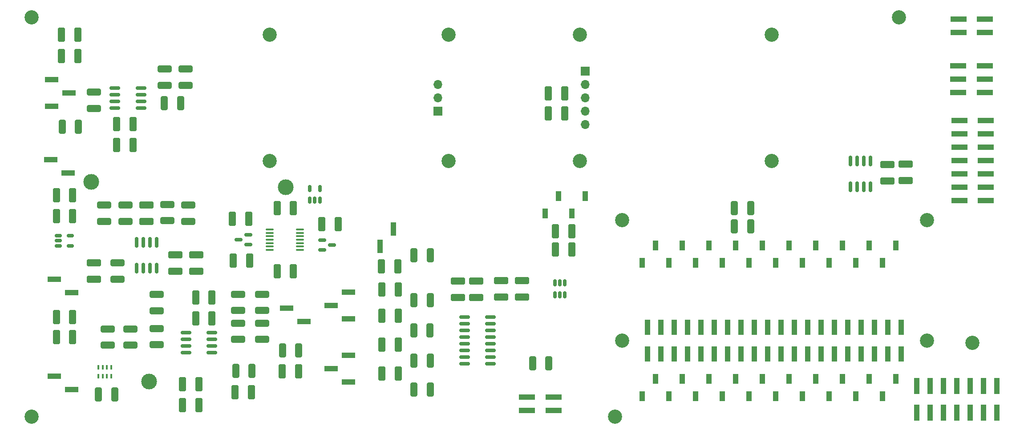
<source format=gbr>
%TF.GenerationSoftware,KiCad,Pcbnew,8.0.9-8.0.9-0~ubuntu22.04.1*%
%TF.CreationDate,2025-06-19T12:15:33-04:00*%
%TF.ProjectId,digital_waters,64696769-7461-46c5-9f77-61746572732e,rev?*%
%TF.SameCoordinates,Original*%
%TF.FileFunction,Soldermask,Top*%
%TF.FilePolarity,Negative*%
%FSLAX46Y46*%
G04 Gerber Fmt 4.6, Leading zero omitted, Abs format (unit mm)*
G04 Created by KiCad (PCBNEW 8.0.9-8.0.9-0~ubuntu22.04.1) date 2025-06-19 12:15:33*
%MOMM*%
%LPD*%
G01*
G04 APERTURE LIST*
G04 Aperture macros list*
%AMRoundRect*
0 Rectangle with rounded corners*
0 $1 Rounding radius*
0 $2 $3 $4 $5 $6 $7 $8 $9 X,Y pos of 4 corners*
0 Add a 4 corners polygon primitive as box body*
4,1,4,$2,$3,$4,$5,$6,$7,$8,$9,$2,$3,0*
0 Add four circle primitives for the rounded corners*
1,1,$1+$1,$2,$3*
1,1,$1+$1,$4,$5*
1,1,$1+$1,$6,$7*
1,1,$1+$1,$8,$9*
0 Add four rect primitives between the rounded corners*
20,1,$1+$1,$2,$3,$4,$5,0*
20,1,$1+$1,$4,$5,$6,$7,0*
20,1,$1+$1,$6,$7,$8,$9,0*
20,1,$1+$1,$8,$9,$2,$3,0*%
G04 Aperture macros list end*
%ADD10RoundRect,0.250000X0.412500X1.100000X-0.412500X1.100000X-0.412500X-1.100000X0.412500X-1.100000X0*%
%ADD11RoundRect,0.250000X-0.412500X-1.100000X0.412500X-1.100000X0.412500X1.100000X-0.412500X1.100000X0*%
%ADD12R,1.000000X1.900000*%
%ADD13RoundRect,0.100000X0.637500X0.100000X-0.637500X0.100000X-0.637500X-0.100000X0.637500X-0.100000X0*%
%ADD14RoundRect,0.150000X0.150000X-0.512500X0.150000X0.512500X-0.150000X0.512500X-0.150000X-0.512500X0*%
%ADD15RoundRect,0.250000X1.075000X-0.400000X1.075000X0.400000X-1.075000X0.400000X-1.075000X-0.400000X0*%
%ADD16R,1.000000X3.150000*%
%ADD17RoundRect,0.250000X1.100000X-0.412500X1.100000X0.412500X-1.100000X0.412500X-1.100000X-0.412500X0*%
%ADD18RoundRect,0.250000X0.400000X1.075000X-0.400000X1.075000X-0.400000X-1.075000X0.400000X-1.075000X0*%
%ADD19RoundRect,0.250000X-0.400000X-1.075000X0.400000X-1.075000X0.400000X1.075000X-0.400000X1.075000X0*%
%ADD20RoundRect,0.150000X-0.825000X-0.150000X0.825000X-0.150000X0.825000X0.150000X-0.825000X0.150000X0*%
%ADD21R,1.000000X2.510000*%
%ADD22C,2.700000*%
%ADD23RoundRect,0.250000X-1.075000X0.400000X-1.075000X-0.400000X1.075000X-0.400000X1.075000X0.400000X0*%
%ADD24R,2.510000X1.000000*%
%ADD25R,3.150000X1.000000*%
%ADD26C,3.000000*%
%ADD27RoundRect,0.150000X-0.150000X0.825000X-0.150000X-0.825000X0.150000X-0.825000X0.150000X0.825000X0*%
%ADD28R,0.400000X0.900000*%
%ADD29RoundRect,0.150000X-0.512500X-0.150000X0.512500X-0.150000X0.512500X0.150000X-0.512500X0.150000X0*%
%ADD30R,1.700000X1.700000*%
%ADD31O,1.700000X1.700000*%
%ADD32RoundRect,0.150000X-0.587500X-0.150000X0.587500X-0.150000X0.587500X0.150000X-0.587500X0.150000X0*%
%ADD33RoundRect,0.150000X0.587500X0.150000X-0.587500X0.150000X-0.587500X-0.150000X0.587500X-0.150000X0*%
%ADD34R,1.000000X3.000000*%
%ADD35RoundRect,0.150000X0.825000X0.150000X-0.825000X0.150000X-0.825000X-0.150000X0.825000X-0.150000X0*%
G04 APERTURE END LIST*
D10*
%TO.C,C5*%
X124747325Y-102818816D03*
X121622325Y-102818816D03*
%TD*%
D11*
%TO.C,C88*%
X86222325Y-99318816D03*
X89347325Y-99318816D03*
%TD*%
D12*
%TO.C,J11*%
X171197024Y-118137156D03*
X173737024Y-114837156D03*
X176277024Y-118137156D03*
X178817024Y-114837156D03*
X181357024Y-118137156D03*
X183897024Y-114837156D03*
X186437024Y-118137156D03*
X188977024Y-114837156D03*
X191517024Y-118137156D03*
X194057024Y-114837156D03*
X196597024Y-118137156D03*
X199137024Y-114837156D03*
X201677024Y-118137156D03*
X204217024Y-114837156D03*
X206757024Y-118137156D03*
X209297024Y-114837156D03*
X211837024Y-118137156D03*
X214377024Y-114837156D03*
X216917024Y-118137156D03*
X219457024Y-114837156D03*
%TD*%
D13*
%TO.C,U13*%
X106084825Y-90268816D03*
X106084825Y-89618816D03*
X106084825Y-88968816D03*
X106084825Y-88318816D03*
X106084825Y-87668816D03*
X106084825Y-87018816D03*
X106084825Y-86368816D03*
X100359825Y-86368816D03*
X100359825Y-87018816D03*
X100359825Y-87668816D03*
X100359825Y-88318816D03*
X100359825Y-88968816D03*
X100359825Y-89618816D03*
X100359825Y-90268816D03*
%TD*%
D11*
%TO.C,C27*%
X59722325Y-106818816D03*
X62847325Y-106818816D03*
%TD*%
D10*
%TO.C,C25*%
X124747325Y-97818816D03*
X121622325Y-97818816D03*
%TD*%
D11*
%TO.C,C26*%
X110215868Y-85337133D03*
X113340868Y-85337133D03*
%TD*%
D14*
%TO.C,U9*%
X107947325Y-80818816D03*
X108897325Y-80818816D03*
X109847325Y-80818816D03*
X109847325Y-78543816D03*
X107947325Y-78543816D03*
%TD*%
D15*
%TO.C,R25*%
X80347325Y-58918816D03*
X80347325Y-55818816D03*
%TD*%
D16*
%TO.C,J9*%
X223437644Y-121231932D03*
X223437644Y-116181932D03*
X225977644Y-121231932D03*
X225977644Y-116181932D03*
X228517644Y-121231932D03*
X228517644Y-116181932D03*
X231057644Y-121231932D03*
X231057644Y-116181932D03*
X233597644Y-121231932D03*
X233597644Y-116181932D03*
X236137644Y-121231932D03*
X236137644Y-116181932D03*
X238677644Y-121231932D03*
X238677644Y-116181932D03*
%TD*%
D17*
%TO.C,C7*%
X86347325Y-94318816D03*
X86347325Y-91193816D03*
%TD*%
D18*
%TO.C,R39*%
X191847325Y-85818816D03*
X188747325Y-85818816D03*
%TD*%
D17*
%TO.C,C4*%
X76847325Y-84818816D03*
X76847325Y-81693816D03*
%TD*%
D19*
%TO.C,R51*%
X93847325Y-113318816D03*
X96947325Y-113318816D03*
%TD*%
D20*
%TO.C,U4*%
X70872325Y-59413816D03*
X70872325Y-60683816D03*
X70872325Y-61953816D03*
X70872325Y-63223816D03*
X75822325Y-63223816D03*
X75822325Y-61953816D03*
X75822325Y-60683816D03*
X75822325Y-59413816D03*
%TD*%
D21*
%TO.C,J14*%
X121347325Y-89628816D03*
X123887325Y-86318816D03*
%TD*%
D10*
%TO.C,C13*%
X104847325Y-82318816D03*
X101722325Y-82318816D03*
%TD*%
D18*
%TO.C,R6*%
X83347325Y-62318816D03*
X80247325Y-62318816D03*
%TD*%
D22*
%TO.C,H4*%
X134347325Y-73318816D03*
%TD*%
D23*
%TO.C,R9*%
X78847325Y-98768816D03*
X78847325Y-101868816D03*
%TD*%
D22*
%TO.C,H10*%
X225361393Y-84555404D03*
%TD*%
%TO.C,H2*%
X100347325Y-73318816D03*
%TD*%
D23*
%TO.C,R10*%
X80847325Y-81618816D03*
X80847325Y-84718816D03*
%TD*%
D19*
%TO.C,R50*%
X102747325Y-109358816D03*
X105847325Y-109358816D03*
%TD*%
D24*
%TO.C,J3*%
X59347325Y-95818816D03*
X62657325Y-98358816D03*
%TD*%
D10*
%TO.C,C18*%
X96485343Y-92337966D03*
X93360343Y-92337966D03*
%TD*%
D11*
%TO.C,C20*%
X60722325Y-53318816D03*
X63847325Y-53318816D03*
%TD*%
D17*
%TO.C,C6*%
X82347325Y-94312655D03*
X82347325Y-91187655D03*
%TD*%
D25*
%TO.C,J8*%
X236587325Y-80858816D03*
X231537325Y-80858816D03*
X236587325Y-78318816D03*
X231537325Y-78318816D03*
X236587325Y-75778816D03*
X231537325Y-75778816D03*
X236587325Y-73238816D03*
X231537325Y-73238816D03*
X236587325Y-70698816D03*
X231537325Y-70698816D03*
X236587325Y-68158816D03*
X231537325Y-68158816D03*
X236587325Y-65618816D03*
X231537325Y-65618816D03*
%TD*%
D19*
%TO.C,R8*%
X127747325Y-99818816D03*
X130847325Y-99818816D03*
%TD*%
D15*
%TO.C,R46*%
X69487007Y-108418816D03*
X69487007Y-105318816D03*
%TD*%
D25*
%TO.C,J12*%
X154347325Y-120858816D03*
X149297325Y-120858816D03*
X154347325Y-118318816D03*
X149297325Y-118318816D03*
%TD*%
D24*
%TO.C,J5*%
X106847325Y-103858816D03*
X103537325Y-101318816D03*
%TD*%
%TO.C,J1*%
X58692325Y-73048816D03*
X62002325Y-75588816D03*
%TD*%
D23*
%TO.C,R21*%
X78847325Y-105218816D03*
X78847325Y-108318816D03*
%TD*%
D19*
%TO.C,R19*%
X127747325Y-111318816D03*
X130847325Y-111318816D03*
%TD*%
D26*
%TO.C,TP3*%
X103347325Y-78318816D03*
%TD*%
D20*
%TO.C,U1*%
X137397325Y-103008816D03*
X137397325Y-104278816D03*
X137397325Y-105548816D03*
X137397325Y-106818816D03*
X137397325Y-108088816D03*
X137397325Y-109358816D03*
X137397325Y-110628816D03*
X137397325Y-111898816D03*
X142347325Y-111898816D03*
X142347325Y-110628816D03*
X142347325Y-109358816D03*
X142347325Y-108088816D03*
X142347325Y-106818816D03*
X142347325Y-105548816D03*
X142347325Y-104278816D03*
X142347325Y-103008816D03*
%TD*%
D14*
%TO.C,U6*%
X154592357Y-98786419D03*
X155542357Y-98786419D03*
X156492357Y-98786419D03*
X156492357Y-96511419D03*
X155542357Y-96511419D03*
X154592357Y-96511419D03*
%TD*%
D18*
%TO.C,R4*%
X153447325Y-111818816D03*
X150347325Y-111818816D03*
%TD*%
D27*
%TO.C,U2*%
X214617325Y-73318816D03*
X213347325Y-73318816D03*
X212077325Y-73318816D03*
X210807325Y-73318816D03*
X210807325Y-78268816D03*
X212077325Y-78268816D03*
X213347325Y-78268816D03*
X214617325Y-78268816D03*
%TD*%
D24*
%TO.C,J4*%
X58847325Y-57818816D03*
X62157325Y-60358816D03*
X58847325Y-62898816D03*
%TD*%
%TO.C,JP3*%
X115347325Y-103398816D03*
X112037325Y-100858816D03*
X115347325Y-98318816D03*
%TD*%
D18*
%TO.C,R18*%
X63947325Y-66818816D03*
X60847325Y-66818816D03*
%TD*%
D12*
%TO.C,J16*%
X219452949Y-89431820D03*
X216912949Y-92731820D03*
X214372949Y-89431820D03*
X211832949Y-92731820D03*
X209292949Y-89431820D03*
X206752949Y-92731820D03*
X204212949Y-89431820D03*
X201672949Y-92731820D03*
X199132949Y-89431820D03*
X196592949Y-92731820D03*
X194052949Y-89431820D03*
X191512949Y-92731820D03*
X188972949Y-89431820D03*
X186432949Y-92731820D03*
X183892949Y-89431820D03*
X181352949Y-92731820D03*
X178812949Y-89431820D03*
X176272949Y-92731820D03*
X173732949Y-89431820D03*
X171192949Y-92731820D03*
%TD*%
D11*
%TO.C,C46*%
X153347325Y-64307584D03*
X156472325Y-64307584D03*
%TD*%
D15*
%TO.C,R7*%
X98847325Y-107318816D03*
X98847325Y-104218816D03*
%TD*%
D17*
%TO.C,C34*%
X148347325Y-99258155D03*
X148347325Y-96133155D03*
%TD*%
D11*
%TO.C,C22*%
X59722325Y-103038816D03*
X62847325Y-103038816D03*
%TD*%
%TO.C,C48*%
X153347325Y-60470084D03*
X156472325Y-60470084D03*
%TD*%
%TO.C,C95*%
X154682325Y-90168816D03*
X157807325Y-90168816D03*
%TD*%
D22*
%TO.C,H12*%
X225361393Y-107555404D03*
%TD*%
D17*
%TO.C,C32*%
X221347325Y-77088816D03*
X221347325Y-73963816D03*
%TD*%
D11*
%TO.C,C28*%
X59722325Y-79818816D03*
X62847325Y-79818816D03*
%TD*%
D22*
%TO.C,H14*%
X220000000Y-46000000D03*
%TD*%
D11*
%TO.C,C87*%
X86222325Y-103318816D03*
X89347325Y-103318816D03*
%TD*%
D24*
%TO.C,JP4*%
X115347325Y-115398816D03*
X112037325Y-112858816D03*
X115347325Y-110318816D03*
%TD*%
D11*
%TO.C,C19*%
X60722325Y-49318816D03*
X63847325Y-49318816D03*
%TD*%
D24*
%TO.C,J2*%
X62657325Y-116858816D03*
X59347325Y-114318816D03*
%TD*%
D28*
%TO.C,RN1*%
X67747325Y-114318816D03*
X68547325Y-114318816D03*
X69347325Y-114318816D03*
X70147325Y-114318816D03*
X70147325Y-112618816D03*
X69347325Y-112618816D03*
X68547325Y-112618816D03*
X67747325Y-112618816D03*
%TD*%
D11*
%TO.C,C93*%
X154682325Y-86668816D03*
X157807325Y-86668816D03*
%TD*%
D22*
%TO.C,H7*%
X195847325Y-49318816D03*
%TD*%
D18*
%TO.C,R38*%
X191847325Y-82318816D03*
X188747325Y-82318816D03*
%TD*%
D29*
%TO.C,U3*%
X60072325Y-87563816D03*
X60072325Y-88513816D03*
X60072325Y-89463816D03*
X62347325Y-89463816D03*
X62347325Y-87563816D03*
%TD*%
D22*
%TO.C,H16*%
X234000000Y-108000000D03*
%TD*%
%TO.C,H13*%
X55000000Y-46000000D03*
%TD*%
D23*
%TO.C,R26*%
X84347325Y-55818816D03*
X84347325Y-58918816D03*
%TD*%
D26*
%TO.C,TP2*%
X66347325Y-77318816D03*
%TD*%
D10*
%TO.C,C12*%
X104847325Y-94318816D03*
X101722325Y-94318816D03*
%TD*%
%TO.C,C3*%
X105847325Y-113358816D03*
X102722325Y-113358816D03*
%TD*%
D30*
%TO.C,J18*%
X160372325Y-56238816D03*
D31*
X160372325Y-58778816D03*
X160372325Y-61318816D03*
X160372325Y-63858816D03*
X160372325Y-66398816D03*
%TD*%
D15*
%TO.C,R22*%
X66847325Y-63318816D03*
X66847325Y-60218816D03*
%TD*%
D12*
%TO.C,U17*%
X152767325Y-83318816D03*
X155307325Y-80018816D03*
X157847325Y-83318816D03*
X160387325Y-80018816D03*
%TD*%
D23*
%TO.C,R49*%
X94347325Y-98718816D03*
X94347325Y-101818816D03*
%TD*%
D25*
%TO.C,J10*%
X231297325Y-55238816D03*
X236347325Y-55238816D03*
X231297325Y-57778816D03*
X236347325Y-57778816D03*
X231297325Y-60318816D03*
X236347325Y-60318816D03*
%TD*%
D10*
%TO.C,C2*%
X96847325Y-117318816D03*
X93722325Y-117318816D03*
%TD*%
D23*
%TO.C,R17*%
X68847325Y-81718816D03*
X68847325Y-84818816D03*
%TD*%
D22*
%TO.C,H8*%
X195847325Y-73318816D03*
%TD*%
D23*
%TO.C,R3*%
X72847325Y-81718816D03*
X72847325Y-84818816D03*
%TD*%
%TO.C,R11*%
X71347325Y-92718816D03*
X71347325Y-95818816D03*
%TD*%
D11*
%TO.C,C8*%
X83722325Y-115818816D03*
X86847325Y-115818816D03*
%TD*%
D22*
%TO.C,H11*%
X167361393Y-107555404D03*
%TD*%
%TO.C,H5*%
X159347325Y-49318816D03*
%TD*%
D11*
%TO.C,C21*%
X59722325Y-83818816D03*
X62847325Y-83818816D03*
%TD*%
D17*
%TO.C,C33*%
X139628373Y-99314561D03*
X139628373Y-96189561D03*
%TD*%
D18*
%TO.C,R52*%
X70847325Y-117818816D03*
X67747325Y-117818816D03*
%TD*%
D32*
%TO.C,U7*%
X110284825Y-88368816D03*
X110284825Y-90268816D03*
X112159825Y-89318816D03*
%TD*%
D11*
%TO.C,C16*%
X83722325Y-119818816D03*
X86847325Y-119818816D03*
%TD*%
D26*
%TO.C,TP5*%
X77347325Y-115318816D03*
%TD*%
D17*
%TO.C,C31*%
X217847325Y-77151316D03*
X217847325Y-74026316D03*
%TD*%
D10*
%TO.C,C23*%
X124747325Y-108318816D03*
X121622325Y-108318816D03*
%TD*%
D22*
%TO.C,H15*%
X55000000Y-122000000D03*
%TD*%
D15*
%TO.C,R42*%
X73847325Y-108418816D03*
X73847325Y-105318816D03*
%TD*%
D22*
%TO.C,H6*%
X159347325Y-73318816D03*
%TD*%
%TO.C,H3*%
X134347325Y-49318816D03*
%TD*%
D30*
%TO.C,J17*%
X132347325Y-63858816D03*
D31*
X132347325Y-61318816D03*
X132347325Y-58778816D03*
%TD*%
D19*
%TO.C,R20*%
X127747325Y-116818816D03*
X130847325Y-116818816D03*
%TD*%
D10*
%TO.C,C92*%
X74347325Y-70318816D03*
X71222325Y-70318816D03*
%TD*%
D23*
%TO.C,R47*%
X98847325Y-98718816D03*
X98847325Y-101818816D03*
%TD*%
D27*
%TO.C,U5*%
X78777325Y-88827655D03*
X77507325Y-88827655D03*
X76237325Y-88827655D03*
X74967325Y-88827655D03*
X74967325Y-93777655D03*
X76237325Y-93777655D03*
X77507325Y-93777655D03*
X78777325Y-93777655D03*
%TD*%
D23*
%TO.C,R48*%
X94347325Y-104218816D03*
X94347325Y-107318816D03*
%TD*%
D33*
%TO.C,U8*%
X96284825Y-89268816D03*
X96284825Y-87368816D03*
X94409825Y-88318816D03*
%TD*%
D10*
%TO.C,C24*%
X124747325Y-113818816D03*
X121622325Y-113818816D03*
%TD*%
D17*
%TO.C,C35*%
X144334291Y-99258155D03*
X144334291Y-96133155D03*
%TD*%
D22*
%TO.C,H1*%
X100347325Y-49318816D03*
%TD*%
D19*
%TO.C,R1*%
X127747325Y-91318816D03*
X130847325Y-91318816D03*
%TD*%
D17*
%TO.C,C58*%
X66847325Y-95818816D03*
X66847325Y-92693816D03*
%TD*%
D34*
%TO.C,J24*%
X172220000Y-105028508D03*
X172220000Y-110068508D03*
X174760000Y-105028508D03*
X174760000Y-110068508D03*
X177300000Y-105028508D03*
X177300000Y-110068508D03*
X179840000Y-105028508D03*
X179840000Y-110068508D03*
X182380000Y-105028508D03*
X182380000Y-110068508D03*
X184920000Y-105028508D03*
X184920000Y-110068508D03*
X187460000Y-105028508D03*
X187460000Y-110068508D03*
X190000000Y-105028508D03*
X190000000Y-110068508D03*
X192540000Y-105028508D03*
X192540000Y-110068508D03*
X195080000Y-105028508D03*
X195080000Y-110068508D03*
X197620000Y-105028508D03*
X197620000Y-110068508D03*
X200160000Y-105028508D03*
X200160000Y-110068508D03*
X202700000Y-105028508D03*
X202700000Y-110068508D03*
X205240000Y-105028508D03*
X205240000Y-110068508D03*
X207780000Y-105028508D03*
X207780000Y-110068508D03*
X210320000Y-105028508D03*
X210320000Y-110068508D03*
X212860000Y-105028508D03*
X212860000Y-110068508D03*
X215400000Y-105028508D03*
X215400000Y-110068508D03*
X217940000Y-105028508D03*
X217940000Y-110068508D03*
X220480000Y-105028508D03*
X220480000Y-110068508D03*
%TD*%
D17*
%TO.C,C29*%
X136147325Y-99318816D03*
X136147325Y-96193816D03*
%TD*%
D23*
%TO.C,R12*%
X84847325Y-81718816D03*
X84847325Y-84818816D03*
%TD*%
D10*
%TO.C,C17*%
X96347325Y-84319412D03*
X93222325Y-84319412D03*
%TD*%
%TO.C,C91*%
X74347325Y-66318816D03*
X71222325Y-66318816D03*
%TD*%
D22*
%TO.C,H9*%
X167361393Y-84555404D03*
%TD*%
D19*
%TO.C,R24*%
X127725404Y-105575465D03*
X130825404Y-105575465D03*
%TD*%
D35*
%TO.C,U11*%
X89347325Y-109858816D03*
X89347325Y-108588816D03*
X89347325Y-107318816D03*
X89347325Y-106048816D03*
X84397325Y-106048816D03*
X84397325Y-107318816D03*
X84397325Y-108588816D03*
X84397325Y-109858816D03*
%TD*%
D22*
%TO.C,H17*%
X166000000Y-122000000D03*
%TD*%
D25*
%TO.C,J13*%
X231347325Y-46318816D03*
X236397325Y-46318816D03*
X231347325Y-48858816D03*
X236397325Y-48858816D03*
%TD*%
D10*
%TO.C,C1*%
X124733730Y-93402492D03*
X121608730Y-93402492D03*
%TD*%
M02*

</source>
